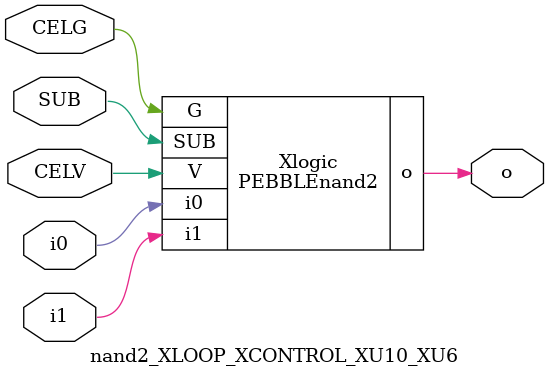
<source format=v>



module PEBBLEnand2 ( o, G, SUB, V, i0, i1 );

  input i0;
  input V;
  input i1;
  input G;
  output o;
  input SUB;
endmodule

//Celera Confidential Do Not Copy nand2_XLOOP_XCONTROL_XU10_XU6
//Celera Confidential Symbol Generator
//5V NAND2
module nand2_XLOOP_XCONTROL_XU10_XU6 (CELV,CELG,i0,i1,o,SUB);
input CELV;
input CELG;
input i0;
input i1;
input SUB;
output o;

//Celera Confidential Do Not Copy nand2
PEBBLEnand2 Xlogic(
.V (CELV),
.i0 (i0),
.i1 (i1),
.o (o),
.SUB (SUB),
.G (CELG)
);
//,diesize,PEBBLEnand2

//Celera Confidential Do Not Copy Module End
//Celera Schematic Generator
endmodule

</source>
